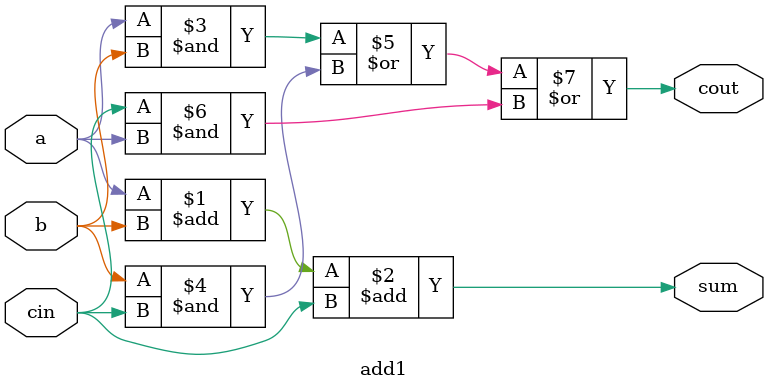
<source format=v>
module top_module (
    input [31:0] a,
    input [31:0] b,
    output [31:0] sum
);//
    wire cin, cout1, cout2;
    assign cin = 0;
    add16 ins1 (a[15:0], b[15:0], cin, sum[15:0], cout1);
    add16 ins2 (a[31:16], b[31:16], cout1, sum[31:16], cout2);
    
endmodule

module add1 ( input a, input b, input cin,   output sum, output cout );

// Full adder module here
    assign sum = a + b + cin;
    assign cout = (a&b) | (b&cin) | (cin&a);

endmodule


</source>
